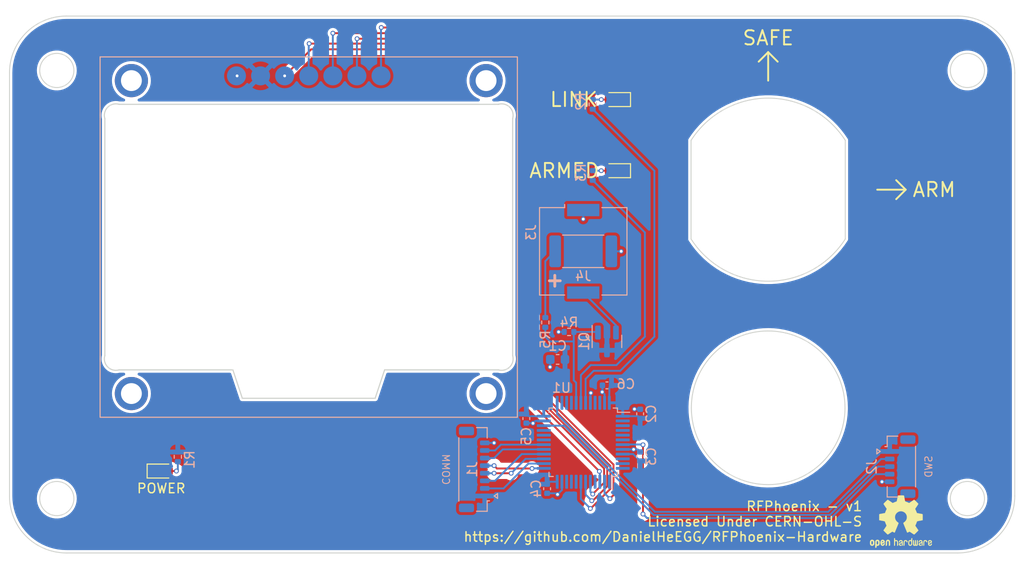
<source format=kicad_pcb>
(kicad_pcb (version 20211014) (generator pcbnew)
  (layers (0 "F.Cu" signal) (31 "B.Cu" signal) (34 "B.Paste" user) (35 "F.Paste" user) (36 "B.SilkS" user "B.Silkscreen") (37 "F.SilkS" user "F.Silkscreen") (38 "B.Mask" user) (39 "F.Mask" user) (44 "Edge.Cuts" user))
  (net 0 "")
  (net 1 "GND")
  (net 2 "+3.3V")
  (net 3 "COMM_SCK")
  (net 4 "COMM_MOSI")
  (net 5 "COMM_MISO")
  (net 6 "COMM_nCS")
  (net 7 "COMM_RFU1")
  (net 8 "COMM_RFU2")
  (net 9 "MCU_SWCLK")
  (net 10 "MCU_SWDIO")
  (net 11 "MCU_nRST")
  (net 12 "LED_LINK")
  (net 13 "LED_ARM")
  (net 14 "Net-(D1-Pad2)")
  (net 24 "OLED_nCS")
  (net 25 "OLED_SCK")
  (net 27 "OLED_MOSI")
  (net 28 "OLED_DC")
  (net 29 "OLED_nRST")
  (net 38 "Net-(D2-Pad2)")
  (net 41 "Net-(J3-Pad2)")
  (net 42 "Net-(D3-Pad2)")
  (net 43 "LED_LIVE")
  (net 44 "Net-(R5-Pad2)")
  (net 45 "LED_CONT")
  (footprint "RFP-Footprints:OLED_128x64" (layer "F.Cu") (at -21.445 -5)
    (fp_text reference "U2" hide)
    (fp_text value "OLED_128x64")
    (fp_line (start 8 14) (end 7 17) (layer "Edge.Cuts") (width 0.12))
    (fp_line (start 21.5 -12.5) (end 21.5 12.5) (layer "Edge.Cuts") (width 0.12))
    (fp_line (start -21.5 12.499999) (end -21.5 -12.499999) (layer "Edge.Cuts") (width 0.12))
    (fp_line (start 20 14) (end 8 14) (layer "Edge.Cuts") (width 0.12))
    (fp_line (start -20 14) (end -8 14) (layer "Edge.Cuts") (width 0.12))
    (fp_line (start -19.999999 -14) (end 20 -14) (layer "Edge.Cuts") (width 0.12))
    (fp_line (start 7 17) (end -7 17) (layer "Edge.Cuts") (width 0.12))
    (fp_line (start -7 17) (end -8 14) (layer "Edge.Cuts") (width 0.12))
    (fp_arc (start -20 14) (mid -21.19408 13.69408) (end -21.5 12.499999) (layer "Edge.Cuts") (width 0.12))
    (fp_arc (start 20 -14) (mid 21.194076 -13.694076) (end 21.5 -12.5) (layer "Edge.Cuts") (width 0.12))
    (fp_arc (start 21.5 12.5) (mid 21.194076 13.694076) (end 20 14) (layer "Edge.Cuts") (width 0.12))
    (fp_arc (start -21.5 -12.499999) (mid -21.19408 -13.69408) (end -19.999999 -14) (layer "Edge.Cuts") (width 0.12))
    (pad "" thru_hole circle (at 18.7 -16.5) (size 3.5 3.5) (drill 2.2) (layers *.Cu *.Mask))
    (pad "" thru_hole circle (at -18.7 -16.5) (size 3.5 3.5) (drill 2.2) (layers *.Cu *.Mask))
    (pad "" thru_hole circle (at 18.7 16.5) (size 3.5 3.5) (drill 2.2) (layers *.Cu *.Mask))
    (pad "" thru_hole circle (at -18.7 16.5) (size 3.5 3.5) (drill 2.2) (layers *.Cu *.Mask))
    (pad "1" smd circle (at -7.62 -17) (size 2 2) (layers "B.Cu" "B.Paste" "B.Mask") (net 1 "GND"))
    (pad "2" smd circle (at -5.08 -17) (size 2 2) (layers "B.Cu" "B.Paste" "B.Mask") (net 2 "+3.3V"))
    (pad "3" smd circle (at -2.54 -17) (size 2 2) (layers "B.Cu" "B.Paste" "B.Mask") (net 25 "OLED_SCK"))
    (pad "4" smd circle (at 0 -17) (size 2 2) (layers "B.Cu" "B.Paste" "B.Mask") (net 27 "OLED_MOSI"))
    (pad "5" smd circle (at 2.54 -17 270) (size 2 2) (layers "B.Cu" "B.Paste" "B.Mask") (net 29 "OLED_nRST"))
    (pad "6" smd circle (at 5.08 -17) (size 2 2) (layers "B.Cu" "B.Paste" "B.Mask") (net 28 "OLED_DC"))
    (pad "7" smd circle (at 7.62 -17) (size 2 2) (layers "B.Cu" "B.Paste" "B.Mask") (net 24 "OLED_nCS"))
  )
  (footprint "LED_SMD:LED_0603_1608Metric" (layer "F.Cu") (at 11 -19.5 180)
    (fp_text reference "D2" hide)
    (fp_text value "LED_LINK")
    (pad "1" smd roundrect (at -0.7875 0 180) (size 0.875 0.95) (layers "F.Cu" "F.Paste" "F.Mask") (net 1 "GND"))
    (pad "2" smd roundrect (at 0.7875 0 180) (size 0.875 0.95) (layers "F.Cu" "F.Paste" "F.Mask") (net 38 "Net-(D2-Pad2)"))
  )
  (footprint "LED_SMD:LED_0603_1608Metric" (layer "F.Cu") (at 11 -12 180)
    (fp_text reference "D3" hide)
    (fp_text value "LED_ARM")
    (pad "1" smd roundrect (at -0.7875 0 180) (size 0.875 0.95) (layers "F.Cu" "F.Paste" "F.Mask") (net 1 "GND"))
    (pad "2" smd roundrect (at 0.7875 0 180) (size 0.875 0.95) (layers "F.Cu" "F.Paste" "F.Mask") (net 42 "Net-(D3-Pad2)"))
  )
  (footprint "Symbol:OSHW-Logo2_7.3x6mm_SilkScreen" (layer "F.Cu") (at 41 25)
    (fp_text reference "REF**" hide)
    (fp_text value "OSHW-Logo2_7.3x6mm_SilkScreen" hide)
  )
  (footprint "LED_SMD:LED_0603_1608Metric" (layer "F.Cu") (at -37 19.67)
    (fp_text reference "D1" hide)
    (fp_text value "LED_PWR")
    (pad "1" smd roundrect (at -0.7875 0) (size 0.875 0.95) (layers "F.Cu" "F.Paste" "F.Mask") (net 1 "GND"))
    (pad "2" smd roundrect (at 0.7875 0) (size 0.875 0.95) (layers "F.Cu" "F.Paste" "F.Mask") (net 14 "Net-(D1-Pad2)"))
  )
  (footprint "Resistor_SMD:R_0402_1005Metric" (layer "B.Cu") (at 6 5 180)
    (fp_text reference "R4" (at 0 1) (layer "B.SilkS") (effects (justify mirror)))
    (fp_text value "1K")
    (pad "1" smd roundrect (at -0.51 0 180) (size 0.54 0.64) (layers "B.Cu" "B.Paste" "B.Mask") (net 43 "LED_LIVE"))
    (pad "2" smd roundrect (at 0.51 0 180) (size 0.54 0.64) (layers "B.Cu" "B.Paste" "B.Mask") (net 1 "GND"))
  )
  (footprint "Connector_Hirose:Hirose_DF52-8S-0.8H_1x08-1MP_P0.80mm_Horizontal" (layer "B.Cu") (at -4 19.5 90)
    (fp_text reference "J1" (at 0 -0.2 90) (layer "B.SilkS") (effects (justify mirror)))
    (fp_text value "COMM")
    (pad "1" smd roundrect (at -2.8 1.11 90) (size 0.5 1) (layers "B.Cu" "B.Paste" "B.Mask") (net 2 "+3.3V"))
    (pad "2" smd roundrect (at -2 1.11 90) (size 0.5 1) (layers "B.Cu" "B.Paste" "B.Mask") (net 3 "COMM_SCK"))
    (pad "3" smd roundrect (at -1.2 1.11 90) (size 0.5 1) (layers "B.Cu" "B.Paste" "B.Mask") (net 4 "COMM_MOSI"))
    (pad "4" smd roundrect (at -0.4 1.11 90) (size 0.5 1) (layers "B.Cu" "B.Paste" "B.Mask") (net 5 "COMM_MISO"))
    (pad "5" smd roundrect (at 0.4 1.11 90) (size 0.5 1) (layers "B.Cu" "B.Paste" "B.Mask") (net 6 "COMM_nCS"))
    (pad "6" smd roundrect (at 1.2 1.11 90) (size 0.5 1) (layers "B.Cu" "B.Paste" "B.Mask") (net 7 "COMM_RFU1"))
    (pad "7" smd roundrect (at 2 1.11 90) (size 0.5 1) (layers "B.Cu" "B.Paste" "B.Mask") (net 8 "COMM_RFU2"))
    (pad "8" smd roundrect (at 2.8 1.11 90) (size 0.5 1) (layers "B.Cu" "B.Paste" "B.Mask") (net 1 "GND"))
    (pad "MP" smd roundrect (at -4.05 -0.81 90) (size 0.9 1.6) (layers "B.Cu" "B.Paste" "B.Mask"))
    (pad "MP" smd roundrect (at 4.05 -0.81 90) (size 0.9 1.6) (layers "B.Cu" "B.Paste" "B.Mask"))
  )
  (footprint "Resistor_SMD:R_0402_1005Metric" (layer "B.Cu") (at 8.5 -11.5 90)
    (fp_text reference "R3" (at 0.3 -1.25 90) (layer "B.SilkS") (effects (justify mirror)))
    (fp_text value "100R")
    (pad "1" smd roundrect (at -0.51 0 90) (size 0.54 0.64) (layers "B.Cu" "B.Paste" "B.Mask") (net 13 "LED_ARM"))
    (pad "2" smd roundrect (at 0.51 0 90) (size 0.54 0.64) (layers "B.Cu" "B.Paste" "B.Mask") (net 42 "Net-(D3-Pad2)"))
  )
  (footprint "Package_TO_SOT_SMD:SOT-23" (layer "B.Cu") (at 10 6 -90)
    (fp_text reference "Q1" (at 0 2.4 90) (layer "B.SilkS") (effects (justify mirror)))
    (fp_text value "~")
    (pad "1" smd roundrect (at -0.9375 0.95 270) (size 1.475 0.6) (layers "B.Cu" "B.Paste" "B.Mask") (net 43 "LED_LIVE"))
    (pad "2" smd roundrect (at -0.9375 -0.95 270) (size 1.475 0.6) (layers "B.Cu" "B.Paste" "B.Mask") (net 41 "Net-(J3-Pad2)"))
    (pad "3" smd roundrect (at 0.9375 0 270) (size 1.475 0.6) (layers "B.Cu" "B.Paste" "B.Mask") (net 2 "+3.3V"))
  )
  (footprint "Resistor_SMD:R_0402_1005Metric" (layer "B.Cu") (at 3.5 4 90)
    (fp_text reference "R5" (at -1.8 0 90) (layer "B.SilkS") (effects (justify mirror)))
    (fp_text value "100R")
    (pad "1" smd roundrect (at -0.51 0 90) (size 0.54 0.64) (layers "B.Cu" "B.Paste" "B.Mask") (net 43 "LED_LIVE"))
    (pad "2" smd roundrect (at 0.51 0 90) (size 0.54 0.64) (layers "B.Cu" "B.Paste" "B.Mask") (net 44 "Net-(R5-Pad2)"))
  )
  (footprint "Capacitor_SMD:C_0402_1005Metric" (layer "B.Cu") (at 1.5 14.135071 -90)
    (fp_text reference "C5" (at 1.864929 0 -270) (layer "B.SilkS") (effects (justify mirror)))
    (fp_text value "100nF")
    (pad "1" smd roundrect (at -0.48 0 270) (size 0.56 0.62) (layers "B.Cu" "B.Paste" "B.Mask") (net 2 "+3.3V"))
    (pad "2" smd roundrect (at 0.48 0 270) (size 0.56 0.62) (layers "B.Cu" "B.Paste" "B.Mask") (net 1 "GND"))
  )
  (footprint "Capacitor_SMD:C_0603_1608Metric" (layer "B.Cu") (at 4.8 7.9 180)
    (fp_text reference "C1" (at 0 1.43) (layer "B.SilkS") (effects (justify mirror)))
    (fp_text value "4.7uF")
    (pad "1" smd roundrect (at -0.775 0 180) (size 0.9 0.95) (layers "B.Cu" "B.Paste" "B.Mask") (net 2 "+3.3V"))
    (pad "2" smd roundrect (at 0.775 0 180) (size 0.9 0.95) (layers "B.Cu" "B.Paste" "B.Mask") (net 1 "GND"))
  )
  (footprint "Resistor_SMD:R_0402_1005Metric" (layer "B.Cu") (at -35.25 18.17 -90)
    (fp_text reference "R1" (at 0.3 -1.25 -270) (layer "B.SilkS") (effects (justify mirror)))
    (fp_text value "470R")
    (pad "1" smd roundrect (at -0.51 0 270) (size 0.54 0.64) (layers "B.Cu" "B.Paste" "B.Mask") (net 2 "+3.3V"))
    (pad "2" smd roundrect (at 0.51 0 270) (size 0.54 0.64) (layers "B.Cu" "B.Paste" "B.Mask") (net 14 "Net-(D1-Pad2)"))
  )
  (footprint "Capacitor_SMD:C_0402_1005Metric" (layer "B.Cu") (at 13.5 18.135071 90)
    (fp_text reference "C3" (at 0 1.16 90) (layer "B.SilkS") (effects (justify mirror)))
    (fp_text value "100nF")
    (pad "1" smd roundrect (at -0.48 0 90) (size 0.56 0.62) (layers "B.Cu" "B.Paste" "B.Mask") (net 2 "+3.3V"))
    (pad "2" smd roundrect (at 0.48 0 90) (size 0.56 0.62) (layers "B.Cu" "B.Paste" "B.Mask") (net 1 "GND"))
  )
  (footprint "Connector_Hirose:Hirose_DF52-5S-0.8H_1x05-1MP_P0.80mm_Horizontal" (layer "B.Cu") (at 40.921513 19.2 -90)
    (fp_text reference "J2" (at 0 3 90) (layer "B.SilkS") (effects (justify mirror)))
    (fp_text value "SWD")
    (pad "1" smd roundrect (at -1.6 1.11 270) (size 0.5 1) (layers "B.Cu" "B.Paste" "B.Mask") (net 2 "+3.3V"))
    (pad "2" smd roundrect (at -0.8 1.11 270) (size 0.5 1) (layers "B.Cu" "B.Paste" "B.Mask") (net 9 "MCU_SWCLK"))
    (pad "3" smd roundrect (at 0 1.11 270) (size 0.5 1) (layers "B.Cu" "B.Paste" "B.Mask") (net 10 "MCU_SWDIO"))
    (pad "4" smd roundrect (at 0.8 1.11 270) (size 0.5 1) (layers "B.Cu" "B.Paste" "B.Mask") (net 11 "MCU_nRST"))
    (pad "5" smd roundrect (at 1.6 1.11 270) (size 0.5 1) (layers "B.Cu" "B.Paste" "B.Mask") (net 1 "GND"))
    (pad "MP" smd roundrect (at 2.85 -0.81 270) (size 0.9 1.6) (layers "B.Cu" "B.Paste" "B.Mask"))
    (pad "MP" smd roundrect (at -2.85 -0.81 270) (size 0.9 1.6) (layers "B.Cu" "B.Paste" "B.Mask"))
  )
  (footprint "Resistor_SMD:R_2512_6332Metric" (layer "B.Cu") (at 7.5 -3.5)
    (fp_text reference "J4" (at 0 2.62) (layer "B.SilkS") (effects (justify mirror)))
    (fp_text value "LED_LIVE")
    (pad "1" smd roundrect (at -2.9625 0) (size 1.225 3.35) (layers "B.Cu" "B.Paste" "B.Mask") (roundrect_rratio 0.2040816327) (net 44 "Net-(R5-Pad2)"))
    (pad "2" smd roundrect (at 2.9625 0) (size 1.225 3.35) (layers "B.Cu" "B.Paste" "B.Mask") (roundrect_rratio 0.2040816327) (net 1 "GND"))
  )
  (footprint "Capacitor_SMD:C_0402_1005Metric" (layer "B.Cu") (at 10 10.635071 180)
    (fp_text reference "C6" (at -2 0.135071) (layer "B.SilkS") (effects (justify mirror)))
    (fp_text value "100nF")
    (pad "1" smd roundrect (at -0.48 0 180) (size 0.56 0.62) (layers "B.Cu" "B.Paste" "B.Mask") (net 2 "+3.3V"))
    (pad "2" smd roundrect (at 0.48 0 180) (size 0.56 0.62) (layers "B.Cu" "B.Paste" "B.Mask") (net 1 "GND"))
  )
  (footprint "Capacitor_SMD:C_0402_1005Metric" (layer "B.Cu") (at 3.69 21.535071 -90)
    (fp_text reference "C4" (at 0 1.16 90) (layer "B.SilkS") (effects (justify mirror)))
    (fp_text value "100nF")
    (pad "1" smd roundrect (at -0.48 0 270) (size 0.56 0.62) (layers "B.Cu" "B.Paste" "B.Mask") (net 2 "+3.3V"))
    (pad "2" smd roundrect (at 0.48 0 270) (size 0.56 0.62) (layers "B.Cu" "B.Paste" "B.Mask") (net 1 "GND"))
  )
  (footprint "Package_QFP:LQFP-48_7x7mm_P0.5mm" (layer "B.Cu") (at 7.5 16.635071 180)
    (fp_text reference "U1" (at 2.3 5.735071) (layer "B.SilkS") (effects (justify mirror)))
    (fp_text value "STM32F103C8T6")
    (pad "1" smd roundrect (at -4.1625 2.75 180) (size 1.475 0.3) (layers "B.Cu" "B.Paste" "B.Mask") (net 2 "+3.3V"))
    (pad "2" smd roundrect (at -4.1625 2.25 180) (size 1.475 0.3) (layers "B.Cu" "B.Paste" "B.Mask"))
    (pad "3" smd roundrect (at -4.1625 1.75 180) (size 1.475 0.3) (layers "B.Cu" "B.Paste" "B.Mask"))
    (pad "4" smd roundrect (at -4.1625 1.25 180) (size 1.475 0.3) (layers "B.Cu" "B.Paste" "B.Mask"))
    (pad "5" smd roundrect (at -4.1625 0.75 180) (size 1.475 0.3) (layers "B.Cu" "B.Paste" "B.Mask"))
    (pad "6" smd roundrect (at -4.1625 0.25 180) (size 1.475 0.3) (layers "B.Cu" "B.Paste" "B.Mask"))
    (pad "7" smd roundrect (at -4.1625 -0.25 180) (size 1.475 0.3) (layers "B.Cu" "B.Paste" "B.Mask") (net 11 "MCU_nRST"))
    (pad "8" smd roundrect (at -4.1625 -0.75 180) (size 1.475 0.3) (layers "B.Cu" "B.Paste" "B.Mask") (net 1 "GND"))
    (pad "9" smd roundrect (at -4.1625 -1.25 180) (size 1.475 0.3) (layers "B.Cu" "B.Paste" "B.Mask") (net 2 "+3.3V"))
    (pad "10" smd roundrect (at -4.1625 -1.75 180) (size 1.475 0.3) (layers "B.Cu" "B.Paste" "B.Mask"))
    (pad "11" smd roundrect (at -4.1625 -2.25 180) (size 1.475 0.3) (layers "B.Cu" "B.Paste" "B.Mask"))
    (pad "12" smd roundrect (at -4.1625 -2.75 180) (size 1.475 0.3) (layers "B.Cu" "B.Paste" "B.Mask"))
    (pad "13" smd roundrect (at -2.75 -4.1625 180) (size 0.3 1.475) (layers "B.Cu" "B.Paste" "B.Mask"))
    (pad "14" smd roundrect (at -2.25 -4.1625 180) (size 0.3 1.475) (layers "B.Cu" "B.Paste" "B.Mask") (net 24 "OLED_nCS"))
    (pad "15" smd roundrect (at -1.75 -4.1625 180) (size 0.3 1.475) (layers "B.Cu" "B.Paste" "B.Mask") (net 25 "OLED_SCK"))
    (pad "16" smd roundrect (at -1.25 -4.1625 180) (size 0.3 1.475) (layers "B.Cu" "B.Paste" "B.Mask"))
    (pad "17" smd roundrect (at -0.75 -4.1625 180) (size 0.3 1.475) (layers "B.Cu" "B.Paste" "B.Mask") (net 27 "OLED_MOSI"))
    (pad "18" smd roundrect (at -0.25 -4.1625 180) (size 0.3 1.475) (layers "B.Cu" "B.Paste" "B.Mask") (net 28 "OLED_DC"))
    (pad "19" smd roundrect (at 0.25 -4.1625 180) (size 0.3 1.475) (layers "B.Cu" "B.Paste" "B.Mask") (net 29 "OLED_nRST"))
    (pad "20" smd roundrect (at 0.75 -4.1625 180) (size 0.3 1.475) (layers "B.Cu" "B.Paste" "B.Mask"))
    (pad "21" smd roundrect (at 1.25 -4.1625 180) (size 0.3 1.475) (layers "B.Cu" "B.Paste" "B.Mask"))
    (pad "22" smd roundrect (at 1.75 -4.1625 180) (size 0.3 1.475) (layers "B.Cu" "B.Paste" "B.Mask"))
    (pad "23" smd roundrect (at 2.25 -4.1625 180) (size 0.3 1.475) (layers "B.Cu" "B.Paste" "B.Mask") (net 1 "GND"))
    (pad "24" smd roundrect (at 2.75 -4.1625 180) (size 0.3 1.475) (layers "B.Cu" "B.Paste" "B.Mask") (net 2 "+3.3V"))
    (pad "25" smd roundrect (at 4.1625 -2.75 180) (size 1.475 0.3) (layers "B.Cu" "B.Paste" "B.Mask") (net 6 "COMM_nCS"))
    (pad "26" smd roundrect (at 4.1625 -2.25 180) (size 1.475 0.3) (layers "B.Cu" "B.Paste" "B.Mask") (net 3 "COMM_SCK"))
    (pad "27" smd roundrect (at 4.1625 -1.75 180) (size 1.475 0.3) (layers "B.Cu" "B.Paste" "B.Mask") (net 5 "COMM_MISO"))
    (pad "28" smd roundrect (at 4.1625 -1.25 180) (size 1.475 0.3) (layers "B.Cu" "B.Paste" "B.Mask") (net 4 "COMM_MOSI"))
    (pad "29" smd roundrect (at 4.1625 -0.75 180) (size 1.475 0.3) (layers "B.Cu" "B.Paste" "B.Mask") (net 7 "COMM_RFU1"))
    (pad "30" smd roundrect (at 4.1625 -0.25 180) (size 1.475 0.3) (layers "B.Cu" "B.Paste" "B.Mask") (net 8 "COMM_RFU2"))
    (pad "31" smd roundrect (at 4.1625 0.25 180) (size 1.475 0.3) (layers "B.Cu" "B.Paste" "B.Mask"))
    (pad "32" smd roundrect (at 4.1625 0.75 180) (size 1.475 0.3) (layers "B.Cu" "B.Paste" "B.Mask"))
    (pad "33" smd roundrect (at 4.1625 1.25 180) (size 1.475 0.3) (layers "B.Cu" "B.Paste" "B.Mask"))
    (pad "34" smd roundrect (at 4.1625 1.75 180) (size 1.475 0.3) (layers "B.Cu" "B.Paste" "B.Mask") (net 10 "MCU_SWDIO"))
    (pad "35" smd roundrect (at 4.1625 2.25 180) (size 1.475 0.3) (layers "B.Cu" "B.Paste" "B.Mask") (net 1 "GND"))
    (pad "36" smd roundrect (at 4.1625 2.75 180) (size 1.475 0.3) (layers "B.Cu" "B.Paste" "B.Mask") (net 2 "+3.3V"))
    (pad "37" smd roundrect (at 2.75 4.1625 180) (size 0.3 1.475) (layers "B.Cu" "B.Paste" "B.Mask") (net 9 "MCU_SWCLK"))
    (pad "38" smd roundrect (at 2.25 4.1625 180) (size 0.3 1.475) (layers "B.Cu" "B.Paste" "B.Mask"))
    (pad "39" smd roundrect (at 1.75 4.1625 180) (size 0.3 1.475) (layers "B.Cu" "B.Paste" "B.Mask"))
    (pad "40" smd roundrect (at 1.25 4.1625 180) (size 0.3 1.475) (layers "B.Cu" "B.Paste" "B.Mask") (net 45 "LED_CONT"))
    (pad "41" smd roundrect (at 0.75 4.1625 180) (size 0.3 1.475) (layers "B.Cu" "B.Paste" "B.Mask") (net 43 "LED_LIVE"))
    (pad "42" smd roundrect (at 0.25 4.1625 180) (size 0.3 1.475) (layers "B.Cu" "B.Paste" "B.Mask") (net 13 "LED_ARM"))
    (pad "43" smd roundrect (at -0.25 4.1625 180) (size 0.3 1.475) (layers "B.Cu" "B.Paste" "B.Mask") (net 12 "LED_LINK"))
    (pad "44" smd roundrect (at -0.75 4.1625 180) (size 0.3 1.475) (layers "B.Cu" "B.Paste" "B.Mask") (net 1 "GND"))
    (pad "45" smd roundrect (at -1.25 4.1625 180) (size 0.3 1.475) (layers "B.Cu" "B.Paste" "B.Mask"))
    (pad "46" smd roundrect (at -1.75 4.1625 180) (size 0.3 1.475) (layers "B.Cu" "B.Paste" "B.Mask"))
    (pad "47" smd roundrect (at -2.25 4.1625 180) (size 0.3 1.475) (layers "B.Cu" "B.Paste" "B.Mask") (net 1 "GND"))
    (pad "48" smd roundrect (at -2.75 4.1625 180) (size 0.3 1.475) (layers "B.Cu" "B.Paste" "B.Mask") (net 2 "+3.3V"))
  )
  (footprint "Buzzer_Beeper:Buzzer_Murata_PKMCS0909E" (layer "B.Cu") (at 7.5 -3.5 -90)
    (fp_text reference "J3" (at -2 5.5 90) (layer "B.SilkS") (effects (justify mirror)))
    (fp_text value "BUZZER")
    (pad "1" smd rect (at -4.35 0 270) (size 1.3 3.4) (layers "B.Cu" "B.Paste" "B.Mask") (net 1 "GND"))
    (pad "2" smd rect (at 4.35 0 270) (size 1.3 3.4) (layers "B.Cu" "B.Paste" "B.Mask") (net 41 "Net-(J3-Pad2)"))
  )
  (footprint "Resistor_SMD:R_0402_1005Metric" (layer "B.Cu") (at 8.5 -19 90)
    (fp_text reference "R2" (at 0.3 -1.25 90) (layer "B.SilkS") (effects (justify mirror)))
    (fp_text value "470R")
    (pad "1" smd roundrect (at -0.51 0 90) (size 0.54 0.64) (layers "B.Cu" "B.Paste" "B.Mask") (net 12 "LED_LINK"))
    (pad "2" smd roundrect (at 0.51 0 90) (size 0.54 0.64) (layers "B.Cu" "B.Paste" "B.Mask") (net 38 "Net-(D2-Pad2)"))
  )
  (footprint "Capacitor_SMD:C_0402_1005Metric" (layer "B.Cu") (at 13.5 13.635071 90)
    (fp_text reference "C2" (at 0 1.16 90) (layer "B.SilkS") (effects (justify mirror)))
    (fp_text value "100nF")
    (pad "1" smd roundrect (at -0.48 0 90) (size 0.56 0.62) (layers "B.Cu" "B.Paste" "B.Mask") (net 2 "+3.3V"))
    (pad "2" smd roundrect (at 0.48 0 90) (size 0.56 0.62) (layers "B.Cu" "B.Paste" "B.Mask") (net 1 "GND"))
  )
  (gr_line (start 27 -24.5) (end 28 -23.5) (layer "F.SilkS") (width 0.2))
  (gr_line (start 38.5 -10) (end 41.5 -10) (layer "F.SilkS") (width 0.2))
  (gr_line (start 41.5 -10) (end 40.5 -9) (layer "F.SilkS") (width 0.2))
  (gr_line (start 27 -21.5) (end 27 -24.5) (layer "F.SilkS") (width 0.2))
  (gr_line (start 41.5 -10) (end 40.5 -11) (layer "F.SilkS") (width 0.2))
  (gr_line (start 27 -24.5) (end 26 -23.5) (layer "F.SilkS") (width 0.2))
  (gr_arc (start 35.13 -4.8) (mid 27 -0.349254) (end 18.87 -4.8) (layer "Edge.Cuts") (width 0.1))
  (gr_arc (start 53 22.305) (mid 51.242641 26.547641) (end 47 28.305) (layer "Edge.Cuts") (width 0.1))
  (gr_circle (center -48.01 -22.57) (end -46.21 -22.57) (layer "Edge.Cuts") (width 0.1) (fill none))
  (gr_arc (start -47 28.305) (mid -51.242641 26.547641) (end -53 22.305) (layer "Edge.Cuts") (width 0.1))
  (gr_arc (start 18.87 -15.2) (mid 27 -19.650746) (end 35.13 -15.2) (layer "Edge.Cuts") (width 0.1))
  (gr_line (start 35.13 -15.2) (end 35.13 -4.8) (layer "Edge.Cuts") (width 0.1))
  (gr_line (start 53 22.305) (end 53 -22.305) (layer "Edge.Cuts") (width 0.1))
  (gr_line (start -47 -28.305) (end 47 -28.305) (layer "Edge.Cuts") (width 0.1))
  (gr_circle (center 27 13) (end 35.1 13) (layer "Edge.Cuts") (width 0.1) (fill none))
  (gr_line (start -53 -22.305) (end -53 22.305) (layer "Edge.Cuts") (width 0.1))
  (gr_arc (start -53 -22.305) (mid -51.242641 -26.547641) (end -47 -28.305) (layer "Edge.Cuts") (width 0.1))
  (gr_line (start 18.87 -15.2) (end 18.87 -4.8) (layer "Edge.Cuts") (width 0.1))
  (gr_circle (center -48.01 22.57) (end -46.21 22.57) (layer "Edge.Cuts") (width 0.1) (fill none))
  (gr_arc (start 47 -28.305) (mid 51.242641 -26.547641) (end 53 -22.305) (layer "Edge.Cuts") (width 0.1))
  (gr_circle (center 48.01 -22.57) (end 49.81 -22.57) (layer "Edge.Cuts") (width 0.1) (fill none))
  (gr_circle (center 48.01 22.57) (end 49.81 22.57) (layer "Edge.Cuts") (width 0.1) (fill none))
  (gr_line (start -47 28.305) (end 47 28.305) (layer "Edge.Cuts") (width 0.1))
  (gr_text "COMM" (at -7 19.5 270) (layer "B.SilkS") (effects (font (size 0.75 0.75) (thickness 0.1)) (justify mirror)))
  (gr_text "SWD" (at 43.921513 19.2 90) (layer "B.SilkS") (effects (font (size 0.75 0.75) (thickness 0.1)) (justify mirror)))
  (gr_text "+" (at 4.5 -0.5) (layer "B.SilkS") (effects (font (size 1.5 1.5) (thickness 0.3)) (justify mirror)))
  (gr_text "ARMED" (at 5.5 -12) (layer "F.SilkS") (effects (font (size 1.5 1.5) (thickness 0.2))))
  (gr_text "LINK" (at 6.5 -19.5) (layer "F.SilkS") (effects (font (size 1.5 1.5) (thickness 0.2))))
  (gr_text "POWER" (at -37 21.5) (layer "F.SilkS") (effects (font (size 1 1))))
  (gr_text "RFPhoenix - v1\nLicensed Under CERN-OHL-S\nhttps://github.com/DanielHeEGG/RFPhoenix-Hardware" (at 37 25) (layer "F.SilkS") (effects (font (size 1 1)) (justify right)))
  (gr_text "ARM" (at 44.5 -10) (layer "F.SilkS") (effects (font (size 1.5 1.5) (thickness 0.2))))
  (gr_text "SAFE" (at 27 -26) (layer "F.SilkS") (effects (font (size 1.5 1.5) (thickness 0.2))))
  (via (at 12.9 13.135071) (size 0.5) (drill 0.3) (layers "F.Cu" "B.Cu") (net 1))
  (via (at -1.9 16.7) (size 0.5) (drill 0.3) (layers "F.Cu" "B.Cu") (net 1))
  (via (at 12.812658 17.387395) (size 0.5) (drill 0.3) (layers "F.Cu" "B.Cu") (net 1))
  (via (at 8.3 11.435071) (size 0.5) (drill 0.3) (layers "F.Cu" "B.Cu") (net 1))
  (via (at 39 20.8) (size 0.5) (drill 0.3) (layers "F.Cu" "B.Cu") (net 1))
  (via (at 4.79 22.135071) (size 0.5) (drill 0.3) (layers "F.Cu" "B.Cu") (net 1))
  (via (at 7.5 -6.9) (size 0.5) (drill 0.3) (layers "F.Cu" "B.Cu") (net 1))
  (via (at 2.2 14.635071) (size 0.5) (drill 0.3) (layers "F.Cu" "B.Cu") (net 1))
  (via (at -29 -22) (size 0.5) (drill 0.3) (layers "F.Cu" "B.Cu") (net 1))
  (via (at 4.9 5) (size 0.5) (drill 0.3) (layers "F.Cu" "B.Cu") (net 1))
  (via (at 9.5 11.335071) (size 0.5) (drill 0.3) (layers "F.Cu" "B.Cu") (net 1))
  (via (at 4 8.7) (size 0.5) (drill 0.3) (layers "F.Cu" "B.Cu") (net 1))
  (via (at 11.5 -3.5) (size 0.5) (drill 0.3) (layers "F.Cu" "B.Cu") (net 1))
  (segment (start 7.5 -7.85) (end 7.5 -6.9) (width 0.2) (layer "B.Cu") (net 1))
  (segment (start 4.025 7.9) (end 4.025 8.675) (width 0.2) (layer "B.Cu") (net 1))
  (segment (start 4.67 22.015071) (end 4.79 22.135071) (width 0.2) (layer "B.Cu") (net 1))
  (segment (start 12.810334 17.385071) (end 12.812658 17.387395) (width 0.2) (layer "B.Cu") (net 1))
  (segment (start 10.4625 -3.5) (end 11.5 -3.5) (width 0.2) (layer "B.Cu") (net 1))
  (segment (start 13.232324 17.387395) (end 13.5 17.655071) (width 0.2) (layer "B.Cu") (net 1))
  (segment (start 5.49 5) (end 4.9 5) (width 0.2) (layer "B.Cu") (net 1))
  (segment (start 39.811513 20.8) (end 39 20.8) (width 0.2) (layer "B.Cu") (net 1))
  (segment (start 13.5 13.155071) (end 12.92 13.155071) (width 0.2) (layer "B.Cu") (net 1))
  (segment (start 11.6625 17.385071) (end 12.810334 17.385071) (width 0.2) (layer "B.Cu") (net 1))
  (segment (start 5.25 21.675071) (end 4.79 22.135071) (width 0.2) (layer "B.Cu") (net 1))
  (segment (start 2.18 14.615071) (end 2.2 14.635071) (width 0.2) (layer "B.Cu") (net 1))
  (segment (start 4.025 8.675) (end 4 8.7) (width 0.2) (layer "B.Cu") (net 1))
  (segment (start 9.52 11.315071) (end 9.5 11.335071) (width 0.2) (layer "B.Cu") (net 1))
  (segment (start 8.25 12.472571) (end 8.25 11.485071) (width 0.2) (layer "B.Cu") (net 1))
  (segment (start 3.3375 14.385071) (end 2.45 14.385071) (width 0.2) (layer "B.Cu") (net 1))
  (segment (start 1.5 14.615071) (end 2.18 14.615071) (width 0.2) (layer "B.Cu") (net 1))
  (segment (start 5.25 20.797571) (end 5.25 21.675071) (width 0.2) (layer "B.Cu") (net 1))
  (segment (start 3.69 22.015071) (end 4.67 22.015071) (width 0.2) (layer "B.Cu") (net 1))
  (segment (start -2.89 16.7) (end -1.9 16.7) (width 0.2) (layer "B.Cu") (net 1))
  (segment (start 9.75 12.472571) (end 9.75 11.585071) (width 0.2) (layer "B.Cu") (net 1))
  (segment (start 9.52 10.635071) (end 9.52 11.315071) (width 0.2) (layer "B.Cu") (net 1))
  (segment (start 12.92 13.155071) (end 12.9 13.135071) (width 0.2) (layer "B.Cu") (net 1))
  (segment (start 2.45 14.385071) (end 2.2 14.635071) (width 0.2) (layer "B.Cu") (net 1))
  (segment (start 8.25 11.485071) (end 8.3 11.435071) (width 0.2) (layer "B.Cu") (net 1))
  (segment (start 12.812658 17.387395) (end 13.232324 17.387395) (width 0.2) (layer "B.Cu") (net 1))
  (segment (start 9.75 11.585071) (end 9.5 11.335071) (width 0.2) (layer "B.Cu") (net 1))
  (segment (start 12.77 17.885071) (end 13.5 18.615071) (width 0.2) (layer "B.Cu") (net 2))
  (segment (start 11.6625 13.885071) (end 13.27 13.885071) (width 0.2) (layer "B.Cu") (net 2))
  (segment (start 10.25 10.865071) (end 10.48 10.635071) (width 0.2) (layer "B.Cu") (net 2))
  (segment (start 10.25 12.472571) (end 10.25 10.865071) (width 0.2) (layer "B.Cu") (net 2))
  (segment (start 3.3375 13.885071) (end 1.73 13.885071) (width 0.2) (layer "B.Cu") (net 2))
  (segment (start 3.9475 20.797571) (end 3.69 21.055071) (width 0.2) (layer "B.Cu") (net 2))
  (segment (start 11.6625 17.885071) (end 12.77 17.885071) (width 0.2) (layer "B.Cu") (net 2))
  (segment (start 13.27 13.885071) (end 13.5 14.115071) (width 0.2) (layer "B.Cu") (net 2))
  (segment (start 4.75 20.797571) (end 3.9475 20.797571) (width 0.2) (layer "B.Cu") (net 2))
  (segment (start 1.72 18.88) (end -0.9 21.5) (width 0.2) (layer "B.Cu") (net 3))
  (segment (start 3.3375 18.885071) (end 3.332429 18.88) (width 0.2) (layer "B.Cu") (net 3))
  (segment (start 3.332429 18.88) (end 1.72 18.88) (width 0.2) (layer "B.Cu") (net 3))
  (segment (start -0.9 21.5) (end -2.89 21.5) (width 0.2) (layer "B.Cu") (net 3))
  (segment (start 1.014929 17.885071) (end -1.8 20.7) (width 0.2) (layer "B.Cu") (net 4))
  (segment (start 3.3375 17.885071) (end 1.014929 17.885071) (width 0.2) (layer "B.Cu") (net 4))
  (segment (start -1.8 20.7) (end -2.89 20.7) (width 0.2) (layer "B.Cu") (net 4))
  (segment (start -0.1 19.9) (end -1.9 19.9) (width 0.2) (layer "F.Cu") (net 5))
  (via (at -0.1 19.9) (size 0.5) (drill 0.3) (layers "F.Cu" "B.Cu") (net 5))
  (via (at -1.9 19.9) (size 0.5) (drill 0.3) (layers "F.Cu" "B.Cu") (net 5))
  (segment (start 1.414929 18.385071) (end -0.1 19.9) (width 0.2) (layer "B.Cu") (net 5))
  (segment (start 3.3375 18.385071) (end 1.414929 18.385071) (width 0.2) (layer "B.Cu") (net 5))
  (segment (start -1.9 19.9) (end -2.89 19.9) (width 0.2) (layer "B.Cu") (net 5))
  (segment (start -1.6 19.4) (end -1.9 19.1) (width 0.2) (layer "F.Cu") (net 6))
  (segment (start 2.1 19.4) (end -1.6 19.4) (width 0.2) (layer "F.Cu") (net 6))
  (via (at -1.9 19.1) (size 0.5) (drill 0.3) (layers "F.Cu" "B.Cu") (net 6))
  (via (at 2.1 19.4) (size 0.5) (drill 0.3) (layers "F.Cu" "B.Cu") (net 6))
  (segment (start 2.114929 19.385071) (end 2.1 19.4) (width 0.2) (layer "B.Cu") (net 6))
  (segment (start 3.3375 19.385071) (end 2.114929 19.385071) (width 0.2) (layer "B.Cu") (net 6))
  (segment (start -1.9 19.1) (end -2.89 19.1) (width 0.2) (layer "B.Cu") (net 6))
  (segment (start -0.985071 17.385071) (end -1.9 18.3) (width 0.2) (layer "B.Cu") (net 7))
  (segment (start 3.3375 17.385071) (end -0.985071 17.385071) (width 0.2) (layer "B.Cu") (net 7))
  (segment (start -1.9 18.3) (end -2.89 18.3) (width 0.2) (layer "B.Cu") (net 7))
  (segment (start -1.185071 16.885071) (end -1.8 17.5) (width 0.2) (layer "B.Cu") (net 8))
  (segment (start -1.8 17.5) (end -2.89 17.5) (width 0.2) (layer "B.Cu") (net 8))
  (segment (start 3.3375 16.885071) (end -1.185071 16.885071) (width 0.2) (layer "B.Cu") (net 8))
  (segment (start 4.75 13.662046) (end 15.057954 23.97) (width 0.2) (layer "B.Cu") (net 9))
  (segment (start 33.33 23.97) (end 38.9 18.4) (width 0.2) (layer "B.Cu") (net 9))
  (segment (start 4.75 12.472571) (end 4.75 13.662046) (width 0.2) (layer "B.Cu") (net 9))
  (segment (start 38.9 18.4) (end 39.811513 18.4) (width 0.2) (layer "B.Cu") (net 9))
  (segment (start 15.057954 23.97) (end 33.33 23.97) (width 0.2) (layer "B.Cu") (net 9))
  (segment (start 33.5 24.3) (end 14.921264 24.3) (width 0.2) (layer "B.Cu") (net 10))
  (segment (start 14.921264 24.3) (end 5.506335 14.885071) (width 0.2) (layer "B.Cu") (net 10))
  (segment (start 39.811513 19.2) (end 38.6 19.2) (width 0.2) (layer "B.Cu") (net 10))
  (segment (start 38.6 19.2) (end 33.5 24.3) (width 0.2) (layer "B.Cu") (net 10))
  (segment (start 5.506335 14.885071) (end 3.3375 14.885071) (width 0.2) (layer "B.Cu") (net 10))
  (segment (start 13.8 24.2) (end 13.8 16.9) (width 0.2) (layer "F.Cu") (net 11))
  (via (at 13.8 24.2) (size 0.5) (drill 0.3) (layers "F.Cu" "B.Cu") (net 11))
  (via (at 13.8 16.9) (size 0.5) (drill 0.3) (layers "F.Cu" "B.Cu") (net 11))
  (segment (start 38.26669 20) (end 35.383345 22.883345) (width 0.2) (layer "B.Cu") (net 11))
  (segment (start 39.811513 20) (end 38.26669 20) (width 0.2) (layer "B.Cu") (net 11))
  (segment (start 13.767395 16.867395) (end 11.680176 16.867395) (width 0.2) (layer "B.Cu") (net 11))
  (segment (start 13.8 16.9) (end 13.767395 16.867395) (width 0.2) (layer "B.Cu") (net 11))
  (segment (start 14.23 24.63) (end 13.8 24.2) (width 0.2) (layer "B.Cu") (net 11))
  (segment (start 35.383345 22.883345) (end 33.63669 24.63) (width 0.2) (layer "B.Cu") (net 11))
  (segment (start 33.63669 24.63) (end 14.23 24.63) (width 0.2) (layer "B.Cu") (net 11))
  (segment (start 8.6 9.1) (end 7.75 9.95) (width 0.2) (layer "B.Cu") (net 12))
  (segment (start 15 -11.99) (end 8.5 -18.49) (width 0.2) (layer "B.Cu") (net 12))
  (segment (start 15 5.5) (end 15 -11.99) (width 0.2) (layer "B.Cu") (net 12))
  (segment (start 11.4 9.1) (end 8.6 9.1) (width 0.2) (layer "B.Cu") (net 12))
  (segment (start 15 5.5) (end 11.4 9.1) (width 0.2) (layer "B.Cu") (net 12))
  (segment (start 7.75 9.95) (end 7.75 12.472571) (width 0.2) (layer "B.Cu") (net 12))
  (segment (start 8.3 8.5) (end 7.25 9.55) (width 0.2) (layer "B.Cu") (net 13))
  (segment (start 11 8.5) (end 8.3 8.5) (width 0.2) (layer "B.Cu") (net 13))
  (segment (start 14 5.5) (end 14 -5.49) (width 0.2) (layer "B.Cu") (net 13))
  (segment (start 7.25 9.55) (end 7.25 12.472571) (width 0.2) (layer "B.Cu") (net 13))
  (segment (start 14 -5.49) (end 8.5 -10.99) (width 0.2) (layer "B.Cu") (net 13))
  (segment (start 14 5.5) (end 11 8.5) (width 0.2) (layer "B.Cu") (net 13))
  (segment (start -36.2125 19.67) (end -35.4 19.67) (width 0.2) (layer "F.Cu") (net 14))
  (via (at -35.4 19.67) (size 0.5) (drill 0.3) (layers "F.Cu" "B.Cu") (net 14))
  (segment (start -35.25 19.52) (end -35.4 19.67) (width 0.2) (layer "B.Cu") (net 14))
  (segment (start -35.25 18.68) (end -35.25 19.52) (width 0.2) (layer "B.Cu") (net 14))
  (segment (start 2.32 10.61993) (end 10.689999 18.989929) (width 0.2) (layer "F.Cu") (net 24))
  (segment (start -1.53324 -27.1) (end 2.319999 -23.246761) (width 0.2) (layer "F.Cu") (net 24))
  (segment (start -13.8 -27.1) (end -1.53324 -27.1) (width 0.2) (layer "F.Cu") (net 24))
  (segment (start 10.689999 22.206444) (end 10.314342 22.582101) (width 0.2) (layer "F.Cu") (net 24))
  (segment (start 2.319999 -23.246761) (end 2.32 10.61993) (width 0.2) (layer "F.Cu") (net 24))
  (segment (start 10.689999 18.989929) (end 10.689999 22.206444) (width 0.2) (layer "F.Cu") (net 24))
  (via (at 10.314342 22.582101) (size 0.5) (drill 0.3) (layers "F.Cu" "B.Cu") (net 24))
  (via (at -13.8 -27.1) (size 0.5) (drill 0.3) (layers "F.Cu" "B.Cu") (net 24))
  (segment (start 9.75 22.017759) (end 10.314342 22.582101) (width 0.2) (layer "B.Cu") (net 24))
  (segment (start -13.8 -27.1) (end -13.825 -27.075) (width 0.2) (layer "B.Cu") (net 24))
  (segment (start 9.75 20.797571) (end 9.75 22.017759) (width 0.2) (layer "B.Cu") (net 24))
  (segment (start -13.825 -27.075) (end -13.825 -22) (width 0.2) (layer "B.Cu") (net 24))
  (segment (start 1 11.5) (end 1 -22.7) (width 0.2) (layer "F.Cu") (net 25))
  (segment (start 9.2 19.7) (end 1 11.5) (width 0.2) (layer "F.Cu") (net 25))
  (segment (start -21.185 -24.8) (end -23.985 -22) (width 0.2) (layer "F.Cu") (net 25))
  (segment (start 1 -22.7) (end -1.1 -24.8) (width 0.2) (layer "F.Cu") (net 25))
  (segment (start -1.1 -24.8) (end -21.185 -24.8) (width 0.2) (layer "F.Cu") (net 25))
  (via (at -23.985 -22) (size 0.5) (drill 0.3) (layers "F.Cu" "B.Cu") (net 25))
  (via (at 9.2 19.7) (size 0.5) (drill 0.3) (layers "F.Cu" "B.Cu") (net 25))
  (segment (start 9.25 19.75) (end 9.2 19.7) (width 0.2) (layer "B.Cu") (net 25))
  (segment (start 9.25 20.797571) (end 9.25 19.75) (width 0.2) (layer "B.Cu") (net 25))
  (segment (start 9.7 20.9) (end 8.5 22.1) (width 0.2) (layer "F.Cu") (net 27))
  (segment (start 1.329999 -22.836691) (end 1.33 11.03) (width 0.2) (layer "F.Cu") (net 27))
  (segment (start 1.33 11.03) (end 9.7 19.4) (width 0.2) (layer "F.Cu") (net 27))
  (segment (start -21.4 -25.4) (end -1.23331 -25.4) (width 0.2) (layer "F.Cu") (net 27))
  (segment (start -1.23331 -25.4) (end 1.329999 -22.836691) (width 0.2) (layer "F.Cu") (net 27))
  (segment (start 9.7 19.4) (end 9.7 20.9) (width 0.2) (layer "F.Cu") (net 27))
  (via (at -21.4 -25.4) (size 0.5) (drill 0.3) (layers "F.Cu" "B.Cu") (net 27))
  (via (at 8.5 22.1) (size 0.5) (drill 0.3) (layers "F.Cu" "B.Cu") (net 27))
  (segment (start -21.445 -25.355) (end -21.445 -22) (width 0.2) (layer "B.Cu") (net 27))
  (segment (start -21.4 -25.4) (end -21.445 -25.355) (width 0.2) (layer "B.Cu") (net 27))
  (segment (start 8.25 20.797571) (end 8.25 21.85) (width 0.2) (layer "B.Cu") (net 27))
  (segment (start 8.25 21.85) (end 8.5 22.1) (width 0.2) (layer "B.Cu") (net 27))
  (segment (start 8.4 22.8) (end 8.507107 22.8) (width 0.2) (layer "F.Cu") (net 28))
  (segment (start 10.03 21.277107) (end 10.03 19.26331) (width 0.2) (layer "F.Cu") (net 28))
  (segment (start 1.66 10.89331) (end 1.66 -21.6) (width 0.2) (layer "F.Cu") (net 28))
  (segment (start -1.285415 -25.918795) (end -16.346893 -25.918795) (width 0.2) (layer "F.Cu") (net 28))
  (segment (start 10.03 19.26331) (end 1.66 10.89331) (width 0.2) (layer "F.Cu") (net 28))
  (segment (start 8.507107 22.8) (end 10.03 21.277107) (width 0.2) (layer "F.Cu") (net 28))
  (segment (start 1.66 -21.6) (end 1.659998 -22.973382) (width 0.2) (layer "F.Cu") (net 28))
  (segment (start 1.659998 -22.973382) (end -1.285415 -25.918795) (width 0.2) (layer "F.Cu") (net 28))
  (via (at -16.346893 -25.918795) (size 0.5) (drill 0.3) (layers "F.Cu" "B.Cu") (net 28))
  (via (at 8.4 22.8) (size 0.5) (drill 0.3) (layers "F.Cu" "B.Cu") (net 28))
  (segment (start -16.365 -25.900688) (end -16.365 -22) (width 0.2) (layer "B.Cu") (net 28))
  (segment (start 7.75 20.797571) (end 7.75 22.15) (width 0.2) (layer "B.Cu") (net 28))
  (segment (start -16.346893 -25.918795) (end -16.365 -25.900688) (width 0.2) (layer "B.Cu") (net 28))
  (segment (start 7.75 22.15) (end 8.4 22.8) (width 0.2) (layer "B.Cu") (net 28))
  (segment (start 8.247248 23.615528) (end 8.291579 23.615528) (width 0.2) (layer "F.Cu") (net 29))
  (segment (start -1.39993 -26.5) (end -18.9 -26.5) (width 0.2) (layer "F.Cu") (net 29))
  (segment (start 1.99 -23.11007) (end -1.39993 -26.5) (width 0.2) (layer "F.Cu") (net 29))
  (segment (start 8.291579 23.615528) (end 10.36 21.547107) (width 0.2) (layer "F.Cu") (net 29))
  (segment (start 10.36 21.547107) (end 10.36 19.12662) (width 0.2) (layer "F.Cu") (net 29))
  (segment (start 1.99 10.75662) (end 1.99 -23.11007) (width 0.2) (layer "F.Cu") (net 29))
  (segment (start 10.36 19.12662) (end 1.99 10.75662) (width 0.2) (layer "F.Cu") (net 29))
  (via (at -18.9 -26.5) (size 0.5) (drill 0.3) (layers "F.Cu" "B.Cu") (net 29))
  (via (at 8.247248 23.615528) (size 0.5) (drill 0.3) (layers "F.Cu" "B.Cu") (net 29))
  (segment (start 7.25 20.797571) (end 7.25 22.61828) (width 0.2) (layer "B.Cu") (net 29))
  (segment (start -18.9 -26.5) (end -18.905 -26.495) (width 0.2) (layer "B.Cu") (net 29))
  (segment (start -18.905 -26.495) (end -18.905 -22) (width 0.2) (layer "B.Cu") (net 29))
  (segment (start 7.25 22.61828) (end 8.247248 23.615528) (width 0.2) (layer "B.Cu") (net 29))
  (segment (start 10.2125 -19.5) (end 9.4 -19.5) (width 0.2) (layer "F.Cu") (net 38))
  (via (at 9.4 -19.5) (size 0.5) (drill 0.3) (layers "F.Cu" "B.Cu") (net 38))
  (segment (start 8.51 -19.5) (end 8.5 -19.51) (width 0.2) (layer "B.Cu") (net 38))
  (segment (start 9.4 -19.5) (end 8.51 -19.5) (width 0.2) (layer "B.Cu") (net 38))
  (segment (start 10.95 5.0625) (end 10.95 4.3) (width 0.2) (layer "B.Cu") (net 41))
  (segment (start 10.95 4.3) (end 7.5 0.85) (width 0.2) (layer "B.Cu") (net 41))
  (segment (start 10.2125 -12) (end 9.4 -12) (width 0.2) (layer "F.Cu") (net 42))
  (via (at 9.4 -12) (size 0.5) (drill 0.3) (layers "F.Cu" "B.Cu") (net 42))
  (segment (start 9.4 -12) (end 8.51 -12) (width 0.2) (layer "B.Cu") (net 42))
  (segment (start 8.51 -12) (end 8.5 -12.01) (width 0.2) (layer "B.Cu") (net 42))
  (segment (start 6.5 10.1) (end 6.5 6) (width 0.2) (layer "B.Cu") (net 43))
  (segment (start 6.5 6) (end 6.5 5.01) (width 0.2) (layer "B.Cu") (net 43))
  (segment (start 3.5 5.5) (end 3.5 4.51) (width 0.2) (layer "B.Cu") (net 43))
  (segment (start 6.5 6) (end 4 6) (width 0.2) (layer "B.Cu") (net 43))
  (segment (start 6.75 12.472571) (end 6.75 10.35) (width 0.2) (layer "B.Cu") (net 43))
  (segment (start 4 6) (end 3.5 5.5) (width 0.2) (layer "B.Cu") (net 43))
  (segment (start 6.5 5.01) (end 6.51 5) (width 0.2) (layer "B.Cu") (net 43))
  (segment (start 6.51 5) (end 8.9875 5) (width 0.2) (layer "B.Cu") (net 43))
  (segment (start 6.75 10.35) (end 6.5 10.1) (width 0.2) (layer "B.Cu") (net 43))
  (segment (start 8.9875 5) (end 9.05 5.0625) (width 0.2) (layer "B.Cu") (net 43))
  (segment (start 3.5 3.49) (end 3.5 -2.4625) (width 0.2) (layer "B.Cu") (net 44))
  (segment (start 3.5 -2.4625) (end 4.5375 -3.5) (width 0.2) (layer "B.Cu") (net 44))
  (zone (net 1) (net_name "GND") (layer "F.Cu") (connect_pads thru_hole_only (clearance 0.508)) (min_thickness 0.254) (fill yes (thermal_gap 0.508) (thermal_bridge_width 0.508))
    (polygon (pts (xy 54 30) (xy -54 30) (xy -54 -30) (xy 54 -30)))
  )
  (zone (net 2) (net_name "+3.3V") (layer "B.Cu") (connect_pads (clearance 0.3)) (min_thickness 0.3) (fill yes (thermal_gap 0.508) (thermal_bridge_width 0.508))
    (polygon (pts (xy 54 30) (xy -54 30) (xy -54 -30) (xy 54 -30)))
  )
)
</source>
